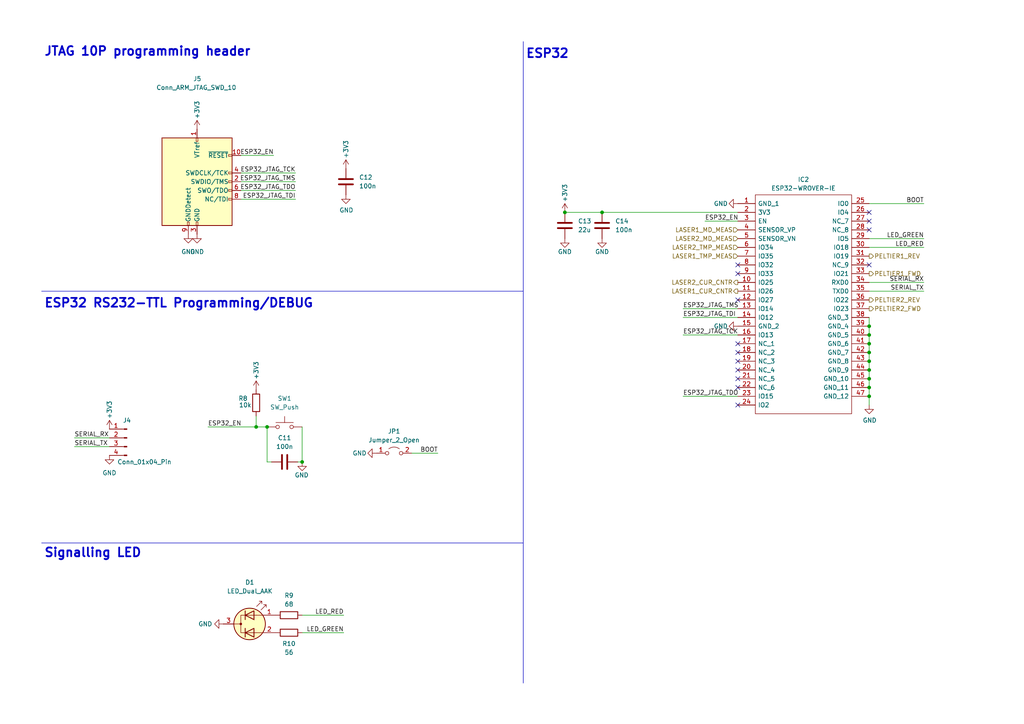
<source format=kicad_sch>
(kicad_sch (version 20230121) (generator eeschema)
  (paper "A4")
  (title_block (title "Laser controller board (Project Sheet)") (date "2023-06-27") (rev "R3.0") (company "Designed by Márk Mihalik"))
  (lib_symbols
    (symbol "Connector:Conn_01x04_Pin" (pin_names (offset 1.016) hide)
      (property "Reference" "J" (at 0 5.08 0))
      (property "Value" "Conn_01x04_Pin" (at 0 -7.62 0))
      (symbol "Conn_01x04_Pin_1_1"
        (polyline (pts (xy 1.27 -5.08) (xy 0.8636 -5.08)) (stroke (width 0.1524)))
        (polyline (pts (xy 1.27 -2.54) (xy 0.8636 -2.54)) (stroke (width 0.1524)))
        (polyline (pts (xy 1.27 0) (xy 0.8636 0)) (stroke (width 0.1524)))
        (polyline (pts (xy 1.27 2.54) (xy 0.8636 2.54)) (stroke (width 0.1524)))
        (rectangle (start 0.8636 -4.953) (end 0 -5.207) (stroke (width 0.1524)) (fill (type outline)))
        (rectangle (start 0.8636 -2.413) (end 0 -2.667) (stroke (width 0.1524)) (fill (type outline)))
        (rectangle (start 0.8636 0.127) (end 0 -0.127) (stroke (width 0.1524)) (fill (type outline)))
        (rectangle (start 0.8636 2.667) (end 0 2.413) (stroke (width 0.1524)) (fill (type outline)))
        (pin passive line (at 5.08 2.54 180) (length 3.81) (name "Pin_1") (number "1"))
        (pin passive line (at 5.08 0 180) (length 3.81) (name "Pin_2") (number "2"))
        (pin passive line (at 5.08 -2.54 180) (length 3.81) (name "Pin_3") (number "3"))
        (pin passive line (at 5.08 -5.08 180) (length 3.81) (name "Pin_4") (number "4"))
      )
    )
    (symbol "Connector:Conn_ARM_JTAG_SWD_10" (pin_names (offset 1.016))
      (property "Reference" "J" (at -2.54 16.51 0))
      (property "Value" "Conn_ARM_JTAG_SWD_10" (at -2.54 13.97 0))
      (symbol "Conn_ARM_JTAG_SWD_10_0_1"
        (rectangle (start -10.16 12.7) (end 10.16 -12.7) (stroke (width 0.254)) (fill (type background)))
        (rectangle (start -2.794 -12.7) (end -2.286 -11.684))
        (rectangle (start -0.254 -12.7) (end 0.254 -11.684))
        (rectangle (start -0.254 12.7) (end 0.254 11.684))
        (rectangle (start 9.144 2.286) (end 10.16 2.794))
        (rectangle (start 10.16 -2.794) (end 9.144 -2.286))
        (rectangle (start 10.16 -0.254) (end 9.144 0.254))
        (rectangle (start 10.16 7.874) (end 9.144 7.366))
      )
      (symbol "Conn_ARM_JTAG_SWD_10_1_1"
        (rectangle (start 9.144 -5.334) (end 10.16 -4.826))
        (pin power_in line (at 0 15.24 270) (length 2.54) (name "VTref") (number "1"))
        (pin open_collector line (at 12.7 7.62 180) (length 2.54) (name "~{RESET}") (number "10"))
        (pin bidirectional line (at 12.7 0 180) (length 2.54) (name "SWDIO/TMS") (number "2"))
        (pin power_in line (at 0 -15.24 90) (length 2.54) (name "GND") (number "3"))
        (pin output line (at 12.7 2.54 180) (length 2.54) (name "SWDCLK/TCK") (number "4"))
        (pin passive line (at 0 -15.24 90) (length 2.54) hide (name "GND") (number "5"))
        (pin input line (at 12.7 -2.54 180) (length 2.54) (name "SWO/TDO") (number "6"))
        (pin no_connect line (at -10.16 0 0) (length 2.54) hide (name "KEY") (number "7"))
        (pin output line (at 12.7 -5.08 180) (length 2.54) (name "NC/TDI") (number "8"))
        (pin passive line (at -2.54 -15.24 90) (length 2.54) (name "GNDDetect") (number "9"))
      )
    )
    (symbol "Device:C" (pin_numbers hide) (pin_names (offset 0.254))
      (property "Reference" "C" (at 0.635 2.54 0))
      (property "Value" "C" (at 0.635 -2.54 0))
      (symbol "C_0_1"
        (polyline (pts (xy -2.032 -0.762) (xy 2.032 -0.762)) (stroke (width 0.508)))
        (polyline (pts (xy -2.032 0.762) (xy 2.032 0.762)) (stroke (width 0.508)))
      )
      (symbol "C_1_1"
        (pin passive line (at 0 3.81 270) (length 2.794) (name "~") (number "1"))
        (pin passive line (at 0 -3.81 90) (length 2.794) (name "~") (number "2"))
      )
    )
    (symbol "Device:LED_Dual_AAK" (pin_names (offset 0) hide)
      (property "Reference" "D" (at 0 5.715 0))
      (property "Value" "LED_Dual_AAK" (at 0 -6.35 0))
      (symbol "LED_Dual_AAK_0_1"
        (circle (center -2.54 0) (radius 0.2794) (fill (type outline)))
        (polyline (pts (xy -4.572 0) (xy -2.54 0)))
        (polyline (pts (xy -1.27 -1.27) (xy -1.27 -3.81)) (stroke (width 0.254)))
        (polyline (pts (xy -1.27 1.27) (xy -1.27 3.81)) (stroke (width 0.254)))
        (polyline (pts (xy 3.81 -2.54) (xy 1.905 -2.54)))
        (polyline (pts (xy 3.81 2.54) (xy 1.905 2.54)))
        (polyline (pts (xy 1.27 -3.81) (xy 1.27 -1.27) (xy -1.27 -2.54) (xy 1.27 -3.81)) (stroke (width 0.254)))
        (polyline (pts (xy 1.27 1.27) (xy 1.27 3.81) (xy -1.27 2.54) (xy 1.27 1.27)) (stroke (width 0.254)))
        (polyline (pts (xy 2.032 2.54) (xy -2.54 2.54) (xy -2.54 -2.54) (xy 2.032 -2.54)))
        (polyline (pts (xy 2.032 5.08) (xy 3.556 6.604) (xy 2.794 6.604) (xy 3.556 6.604) (xy 3.556 5.842)))
        (polyline (pts (xy 3.302 4.064) (xy 4.826 5.588) (xy 4.064 5.588) (xy 4.826 5.588) (xy 4.826 4.826)))
        (circle (center 0 0) (radius 4.572) (stroke (width 0.254)) (fill (type background)))
      )
      (symbol "LED_Dual_AAK_1_1"
        (pin input line (at 7.62 2.54 180) (length 3.81) (name "A1") (number "1"))
        (pin input line (at 7.62 -2.54 180) (length 3.81) (name "A2") (number "2"))
        (pin input line (at -7.62 0 0) (length 3.048) (name "K") (number "3"))
      )
    )
    (symbol "Device:R" (pin_numbers hide) (pin_names (offset 0))
      (property "Reference" "R" (at 2.032 0 90))
      (property "Value" "R" (at 0 0 90))
      (symbol "R_0_1"
        (rectangle (start -1.016 -2.54) (end 1.016 2.54) (stroke (width 0.254)))
      )
      (symbol "R_1_1"
        (pin passive line (at 0 3.81 270) (length 1.27) (name "~") (number "1"))
        (pin passive line (at 0 -3.81 90) (length 1.27) (name "~") (number "2"))
      )
    )
    (symbol "ESP32-WROVER-IE:ESP32-WROVER-IE" (pin_names (offset 0.762))
      (property "Reference" "IC" (at 34.29 7.62 0))
      (property "Value" "ESP32-WROVER-IE" (at 34.29 5.08 0))
      (symbol "ESP32-WROVER-IE_0_0"
        (pin passive line (at 0 0 0) (length 5.08) (name "GND_1") (number "1"))
        (pin passive line (at 0 -22.86 0) (length 5.08) (name "IO25") (number "10"))
        (pin passive line (at 0 -25.4 0) (length 5.08) (name "IO26") (number "11"))
        (pin passive line (at 0 -27.94 0) (length 5.08) (name "IO27") (number "12"))
        (pin passive line (at 0 -30.48 0) (length 5.08) (name "IO14") (number "13"))
        (pin passive line (at 0 -33.02 0) (length 5.08) (name "IO12") (number "14"))
        (pin passive line (at 0 -35.56 0) (length 5.08) (name "GND_2") (number "15"))
        (pin passive line (at 0 -38.1 0) (length 5.08) (name "IO13") (number "16"))
        (pin passive line (at 0 -40.64 0) (length 5.08) (name "NC_1") (number "17"))
        (pin passive line (at 0 -43.18 0) (length 5.08) (name "NC_2") (number "18"))
        (pin passive line (at 0 -45.72 0) (length 5.08) (name "NC_3") (number "19"))
        (pin passive line (at 0 -2.54 0) (length 5.08) (name "3V3") (number "2"))
        (pin passive line (at 0 -48.26 0) (length 5.08) (name "NC_4") (number "20"))
        (pin passive line (at 0 -50.8 0) (length 5.08) (name "NC_5") (number "21"))
        (pin passive line (at 0 -53.34 0) (length 5.08) (name "NC_6") (number "22"))
        (pin passive line (at 0 -55.88 0) (length 5.08) (name "IO15") (number "23"))
        (pin passive line (at 0 -58.42 0) (length 5.08) (name "IO2") (number "24"))
        (pin passive line (at 38.1 0 180) (length 5.08) (name "IO0") (number "25"))
        (pin passive line (at 38.1 -2.54 180) (length 5.08) (name "IO4") (number "26"))
        (pin passive line (at 38.1 -5.08 180) (length 5.08) (name "NC_7") (number "27"))
        (pin passive line (at 38.1 -7.62 180) (length 5.08) (name "NC_8") (number "28"))
        (pin passive line (at 38.1 -10.16 180) (length 5.08) (name "IO5") (number "29"))
        (pin passive line (at 0 -5.08 0) (length 5.08) (name "EN") (number "3"))
        (pin passive line (at 38.1 -12.7 180) (length 5.08) (name "IO18") (number "30"))
        (pin passive line (at 38.1 -15.24 180) (length 5.08) (name "IO19") (number "31"))
        (pin passive line (at 38.1 -17.78 180) (length 5.08) (name "NC_9") (number "32"))
        (pin passive line (at 38.1 -20.32 180) (length 5.08) (name "IO21") (number "33"))
        (pin passive line (at 38.1 -22.86 180) (length 5.08) (name "RXD0") (number "34"))
        (pin passive line (at 38.1 -25.4 180) (length 5.08) (name "TXD0") (number "35"))
        (pin passive line (at 38.1 -27.94 180) (length 5.08) (name "IO22") (number "36"))
        (pin passive line (at 38.1 -30.48 180) (length 5.08) (name "IO23") (number "37"))
        (pin passive line (at 38.1 -33.02 180) (length 5.08) (name "GND_3") (number "38"))
        (pin passive line (at 38.1 -35.56 180) (length 5.08) (name "GND_4") (number "39"))
        (pin passive line (at 0 -7.62 0) (length 5.08) (name "SENSOR_VP") (number "4"))
        (pin passive line (at 38.1 -38.1 180) (length 5.08) (name "GND_5") (number "40"))
        (pin passive line (at 38.1 -40.64 180) (length 5.08) (name "GND_6") (number "41"))
        (pin passive line (at 38.1 -43.18 180) (length 5.08) (name "GND_7") (number "42"))
        (pin passive line (at 38.1 -45.72 180) (length 5.08) (name "GND_8") (number "43"))
        (pin passive line (at 38.1 -48.26 180) (length 5.08) (name "GND_9") (number "44"))
        (pin passive line (at 38.1 -50.8 180) (length 5.08) (name "GND_10") (number "45"))
        (pin passive line (at 38.1 -53.34 180) (length 5.08) (name "GND_11") (number "46"))
        (pin passive line (at 38.1 -55.88 180) (length 5.08) (name "GND_12") (number "47"))
        (pin passive line (at 0 -10.16 0) (length 5.08) (name "SENSOR_VN") (number "5"))
        (pin passive line (at 0 -12.7 0) (length 5.08) (name "IO34") (number "6"))
        (pin passive line (at 0 -15.24 0) (length 5.08) (name "IO35") (number "7"))
        (pin passive line (at 0 -17.78 0) (length 5.08) (name "IO32") (number "8"))
        (pin passive line (at 0 -20.32 0) (length 5.08) (name "IO33") (number "9"))
      )
      (symbol "ESP32-WROVER-IE_0_1"
        (polyline (pts (xy 5.08 2.54) (xy 33.02 2.54) (xy 33.02 -60.96) (xy 5.08 -60.96) (xy 5.08 2.54)) (stroke (width 0.1524)))
      )
    )
    (symbol "Jumper:Jumper_2_Open" (pin_names (offset 0) hide)
      (property "Reference" "JP" (at 0 2.794 0))
      (property "Value" "Jumper_2_Open" (at 0 -2.286 0))
      (symbol "Jumper_2_Open_0_0"
        (circle (center -2.032 0) (radius 0.508))
        (circle (center 2.032 0) (radius 0.508))
      )
      (symbol "Jumper_2_Open_0_1"
        (arc (start 1.524 1.27) (mid 0 1.778) (end -1.524 1.27))
      )
      (symbol "Jumper_2_Open_1_1"
        (pin passive line (at -5.08 0 0) (length 2.54) (name "A") (number "1"))
        (pin passive line (at 5.08 0 180) (length 2.54) (name "B") (number "2"))
      )
    )
    (symbol "Switch:SW_Push" (pin_numbers hide) (pin_names (offset 1.016) hide)
      (property "Reference" "SW" (at 1.27 2.54 0))
      (property "Value" "SW_Push" (at 0 -1.524 0))
      (symbol "SW_Push_0_1"
        (circle (center -2.032 0) (radius 0.508))
        (polyline (pts (xy 0 1.27) (xy 0 3.048)))
        (polyline (pts (xy 2.54 1.27) (xy -2.54 1.27)))
        (circle (center 2.032 0) (radius 0.508))
        (pin passive line (at -5.08 0 0) (length 2.54) (name "1") (number "1"))
        (pin passive line (at 5.08 0 180) (length 2.54) (name "2") (number "2"))
      )
    )
    (symbol "power:+3V3" (power) (pin_names (offset 0))
      (property "Value" "+3V3" (at 0 3.556 0))
      (symbol "+3V3_0_1"
        (polyline (pts (xy -0.762 1.27) (xy 0 2.54)))
        (polyline (pts (xy 0 0) (xy 0 2.54)))
        (polyline (pts (xy 0 2.54) (xy 0.762 1.27)))
      )
      (symbol "+3V3_1_1"
        (pin power_in line (at 0 0 90) (length 0) hide (name "+3V3") (number "1"))
      )
    )
    (symbol "power:GND" (power) (pin_names (offset 0))
      (property "Value" "GND" (at 0 -3.81 0))
      (symbol "GND_0_1"
        (polyline (pts (xy 0 0) (xy 0 -1.27) (xy 1.27 -1.27) (xy 0 -2.54) (xy -1.27 -1.27) (xy 0 -1.27)))
      )
      (symbol "GND_1_1"
        (pin power_in line (at 0 0 270) (length 0) hide (name "GND") (number "1"))
      )
    )
  )
  (junction (at 252.095 107.315))
  (junction (at 252.095 94.615))
  (junction (at 252.095 109.855))
  (junction (at 252.095 99.695))
  (junction (at 74.295 123.825))
  (junction (at 252.095 104.775))
  (junction (at 252.095 114.935))
  (junction (at 252.095 97.155))
  (junction (at 77.47 123.825))
  (junction (at 252.095 112.395))
  (junction (at 174.625 61.595))
  (junction (at 252.095 102.235))
  (junction (at 87.63 133.985))
  (junction (at 163.83 61.595))
  (no_connect (at 213.995 102.235))
  (no_connect (at 252.095 61.595))
  (no_connect (at 252.095 66.675))
  (no_connect (at 213.995 107.315))
  (no_connect (at 213.995 79.375))
  (no_connect (at 252.095 64.135))
  (no_connect (at 213.995 76.835))
  (no_connect (at 213.995 112.395))
  (no_connect (at 213.995 117.475))
  (no_connect (at 252.095 76.835))
  (no_connect (at 213.995 86.995))
  (no_connect (at 213.995 109.855))
  (no_connect (at 213.995 99.695))
  (no_connect (at 213.995 104.775))
  (wire (pts (xy 85.725 50.165) (xy 69.85 50.165)))
  (wire (pts (xy 252.095 59.055) (xy 267.97 59.055)))
  (wire (pts (xy 198.12 89.535) (xy 213.995 89.535)))
  (wire (pts (xy 87.63 178.435) (xy 99.695 178.435)))
  (wire (pts (xy 85.725 57.785) (xy 69.85 57.785)))
  (polyline (pts (xy 12.065 157.48) (xy 151.765 157.48)))
  (wire (pts (xy 174.625 61.595) (xy 213.995 61.595)))
  (wire (pts (xy 252.095 99.695) (xy 252.095 102.235)))
  (polyline (pts (xy 151.765 12.065) (xy 151.765 198.12)))
  (wire (pts (xy 85.725 52.705) (xy 69.85 52.705)))
  (wire (pts (xy 163.83 61.595) (xy 174.625 61.595)))
  (wire (pts (xy 77.47 133.985) (xy 77.47 123.825)))
  (wire (pts (xy 198.12 92.075) (xy 213.995 92.075)))
  (wire (pts (xy 252.095 92.075) (xy 252.095 94.615)))
  (wire (pts (xy 267.97 71.755) (xy 252.095 71.755)))
  (wire (pts (xy 74.295 123.825) (xy 77.47 123.825)))
  (wire (pts (xy 252.095 94.615) (xy 252.095 97.155)))
  (wire (pts (xy 119.38 131.445) (xy 127 131.445)))
  (wire (pts (xy 252.095 69.215) (xy 267.97 69.215)))
  (wire (pts (xy 252.095 112.395) (xy 252.095 114.935)))
  (wire (pts (xy 252.095 104.775) (xy 252.095 107.315)))
  (wire (pts (xy 198.12 114.935) (xy 213.995 114.935)))
  (wire (pts (xy 252.095 81.915) (xy 267.97 81.915)))
  (wire (pts (xy 78.74 133.985) (xy 77.47 133.985)))
  (wire (pts (xy 252.095 107.315) (xy 252.095 109.855)))
  (wire (pts (xy 60.325 123.825) (xy 74.295 123.825)))
  (wire (pts (xy 87.63 183.515) (xy 99.695 183.515)))
  (wire (pts (xy 69.85 45.085) (xy 79.375 45.085)))
  (wire (pts (xy 252.095 114.935) (xy 252.095 117.475)))
  (wire (pts (xy 85.725 55.245) (xy 69.85 55.245)))
  (wire (pts (xy 204.47 64.135) (xy 213.995 64.135)))
  (wire (pts (xy 198.12 97.155) (xy 213.995 97.155)))
  (wire (pts (xy 74.295 120.65) (xy 74.295 123.825)))
  (wire (pts (xy 252.095 102.235) (xy 252.095 104.775)))
  (wire (pts (xy 86.36 133.985) (xy 87.63 133.985)))
  (wire (pts (xy 252.095 84.455) (xy 267.97 84.455)))
  (polyline (pts (xy 12.065 84.455) (xy 151.765 84.455)))
  (wire (pts (xy 21.59 129.54) (xy 31.75 129.54)))
  (wire (pts (xy 252.095 97.155) (xy 252.095 99.695)))
  (wire (pts (xy 87.63 133.985) (xy 87.63 123.825)))
  (wire (pts (xy 252.095 109.855) (xy 252.095 112.395)))
  (wire (pts (xy 21.59 127) (xy 31.75 127)))
  (text "Signalling LED" (at 12.7 161.925 0) (effects (font (size 2.54 2.54) (thickness 0.508) bold) (justify left bottom)))
  (text "JTAG 10P programming header" (at 12.7 16.51 0) (effects (font (size 2.54 2.54) (thickness 0.508) bold) (justify left bottom)))
  (text "ESP32 RS232-TTL Programming/DEBUG" (at 12.7 89.535 0) (effects (font (size 2.54 2.54) (thickness 0.508) bold) (justify left bottom)))
  (text "ESP32\n" (at 152.4 17.145 0) (effects (font (size 2.54 2.54) (thickness 0.508) bold) (justify left bottom)))
  (label "ESP32_JTAG_TDI" (at 85.725 57.785 180))
  (label "ESP32_JTAG_TDO" (at 198.12 114.935 0))
  (label "LED_RED" (at 99.695 178.435 180))
  (label "ESP32_JTAG_TDO" (at 85.725 55.245 180))
  (label "ESP32_JTAG_TCK" (at 198.12 97.155 0))
  (label "LED_RED" (at 267.97 71.755 180))
  (label "LED_GREEN" (at 99.695 183.515 180))
  (label "ESP32_JTAG_TCK" (at 85.725 50.165 180))
  (label "ESP32_EN" (at 204.47 64.135 0))
  (label "ESP32_JTAG_TDI" (at 198.12 92.075 0))
  (label "SERIAL_RX" (at 267.97 81.915 180))
  (label "ESP32_EN" (at 60.325 123.825 0))
  (label "ESP32_EN" (at 79.375 45.085 180))
  (label "SERIAL_TX" (at 267.97 84.455 180))
  (label "BOOT" (at 127 131.445 180))
  (label "BOOT" (at 267.97 59.055 180))
  (label "ESP32_JTAG_TMS" (at 198.12 89.535 0))
  (label "ESP32_JTAG_TMS" (at 85.725 52.705 180))
  (label "SERIAL_RX" (at 21.59 127 0))
  (label "SERIAL_TX" (at 21.59 129.54 0))
  (label "LED_GREEN" (at 267.97 69.215 180))
  (hierarchical_label "LASER1_CUR_CNTR" (shape output) (at 213.995 84.455 180))
  (hierarchical_label "PELTIER2_REV" (shape output) (at 252.095 86.995 0))
  (hierarchical_label "LASER2_TMP_MEAS" (shape input) (at 213.995 71.755 180))
  (hierarchical_label "LASER1_MD_MEAS" (shape input) (at 213.995 66.675 180))
  (hierarchical_label "PELTIER2_FWD" (shape output) (at 252.095 89.535 0))
  (hierarchical_label "LASER2_CUR_CNTR" (shape output) (at 213.995 81.915 180))
  (hierarchical_label "LASER2_MD_MEAS" (shape input) (at 213.995 69.215 180))
  (hierarchical_label "PELTIER1_FWD" (shape output) (at 252.095 79.375 0))
  (hierarchical_label "PELTIER1_REV" (shape output) (at 252.095 74.295 0))
  (hierarchical_label "LASER1_TMP_MEAS" (shape input) (at 213.995 74.295 180))
  (symbol (lib_id "Device:R") (at 83.82 178.435 90) (unit 1)
    (property "Reference" "R9" (at 83.82 172.72 90))
    (property "Value" "68" (at 83.82 175.26 90))
    (property "Footprint" "Resistor_SMD:R_0805_2012Metric_Pad1.20x1.40mm_HandSolder" (effects hide))
    (property "Lomex" "80-56-46" (effects hide))
  )
  (symbol (lib_id "Device:R") (at 83.82 183.515 90) (unit 1)
    (property "Reference" "R10" (at 83.82 186.69 90))
    (property "Value" "56" (at 83.82 189.23 90))
    (property "Footprint" "Resistor_SMD:R_0805_2012Metric_Pad1.20x1.40mm_HandSolder" (effects hide))
    (property "Lomex" "80-10-71" (effects hide))
  )
  (symbol (lib_id "power:GND") (at 213.995 59.055 270) (unit 1)
    (property "Reference" "#PWR0126" (effects hide))
    (property "Value" "GND" (at 207.01 59.055 90) (effects (justify left)))
  )
  (symbol (lib_id "power:GND") (at 252.095 117.475 0) (unit 1)
    (property "Reference" "#PWR0120" (effects hide))
    (property "Value" "GND" (at 250.19 121.92 0) (effects (justify left)))
  )
  (symbol (lib_id "Device:R") (at 74.295 116.84 180) (unit 1)
    (property "Reference" "R8" (at 70.485 115.57 0))
    (property "Value" "10k" (at 71.12 117.475 0))
    (property "Footprint" "Resistor_SMD:R_0805_2012Metric_Pad1.20x1.40mm_HandSolder" (effects hide))
    (property "Lomex" "80-54-49" (effects hide))
  )
  (symbol (lib_id "power:+3V3") (at 163.83 61.595 0) (unit 1)
    (property "Reference" "#PWR0170" (effects hide))
    (property "Value" "+3V3" (at 163.83 53.34 90) (effects (justify right)))
  )
  (symbol (lib_id "power:GND") (at 174.625 69.215 0) (unit 1)
    (property "Reference" "#PWR0125" (effects hide))
    (property "Value" "GND" (at 174.625 73.025 0))
  )
  (symbol (lib_id "power:+3V3") (at 100.33 48.895 0) (unit 1)
    (property "Reference" "#PWR0171" (effects hide))
    (property "Value" "+3V3" (at 100.33 40.64 90) (effects (justify right)))
  )
  (symbol (lib_id "Device:LED_Dual_AAK") (at 72.39 180.975 0) (unit 1)
    (property "Reference" "D1" (at 72.4535 168.91 0))
    (property "Value" "LED_Dual_AAK" (at 72.4535 171.45 0))
    (property "Footprint" "Package_TO_SOT_SMD:SOT-23" (effects hide))
    (property "Lomex" "95-00-13" (effects hide))
  )
  (symbol (lib_id "power:GND") (at 31.75 132.08 0) (unit 1)
    (property "Reference" "#PWR0123" (effects hide))
    (property "Value" "GND" (at 31.75 137.16 0))
  )
  (symbol (lib_id "Connector:Conn_01x04_Pin") (at 36.83 127 0) (mirror y) (unit 1)
    (property "Reference" "J4" (at 36.83 121.92 0))
    (property "Value" "Conn_01x04_Pin" (at 41.91 133.985 0))
    (property "Footprint" "Connector_PinHeader_2.54mm:PinHeader_1x04_P2.54mm_Vertical" (effects hide))
  )
  (symbol (lib_id "power:GND") (at 163.83 69.215 0) (unit 1)
    (property "Reference" "#PWR0124" (effects hide))
    (property "Value" "GND" (at 163.83 73.025 0))
  )
  (symbol (lib_id "power:GND") (at 57.15 67.945 0) (unit 1)
    (property "Reference" "#PWR0130" (effects hide))
    (property "Value" "GND" (at 57.15 73.025 0))
  )
  (symbol (lib_id "Device:C") (at 163.83 65.405 0) (unit 1)
    (property "Reference" "C13" (at 167.64 64.1349 0) (effects (justify left)))
    (property "Value" "22u" (at 167.64 66.6749 0) (effects (justify left)))
    (property "Footprint" "Capacitor_SMD:C_0805_2012Metric_Pad1.18x1.45mm_HandSolder" (effects hide))
    (property "Lomex" "82-10-19" (effects hide))
  )
  (symbol (lib_id "Connector:Conn_ARM_JTAG_SWD_10") (at 57.15 52.705 0) (unit 1)
    (property "Reference" "J5" (at 58.42 22.86 0) (effects (justify right)))
    (property "Value" "Conn_ARM_JTAG_SWD_10" (at 68.58 25.4 0) (effects (justify right)))
    (property "Footprint" "Connector_PinHeader_1.27mm:PinHeader_2x05_P1.27mm_Vertical_SMD" (effects hide))
    (property "Datasheet" "http://infocenter.arm.com/help/topic/com.arm.doc.ddi0314h/DDI0314H_coresight_components_trm.pdf" (effects hide))
    (property "Lomex" "43-15-33" (effects hide))
  )
  (symbol (lib_id "power:GND") (at 100.33 56.515 0) (unit 1)
    (property "Reference" "#PWR0129" (effects hide))
    (property "Value" "GND" (at 98.425 60.96 0) (effects (justify left)))
  )
  (symbol (lib_id "power:GND") (at 213.995 94.615 270) (unit 1)
    (property "Reference" "#PWR0127" (effects hide))
    (property "Value" "GND" (at 207.01 94.615 90) (effects (justify left)))
  )
  (symbol (lib_id "power:GND") (at 109.22 131.445 270) (unit 1)
    (property "Reference" "#PWR0121" (effects hide))
    (property "Value" "GND" (at 102.235 131.445 90) (effects (justify left)))
  )
  (symbol (lib_id "power:GND") (at 64.77 180.975 270) (unit 1)
    (property "Reference" "#PWR0128" (effects hide))
    (property "Value" "GND" (at 61.595 180.9749 90) (effects (justify right)))
  )
  (symbol (lib_id "power:GND") (at 87.63 133.985 0) (mirror y) (unit 1)
    (property "Reference" "#PWR0122" (effects hide))
    (property "Value" "GND" (at 89.535 137.795 0) (effects (justify left)))
  )
  (symbol (lib_id "Device:C") (at 174.625 65.405 0) (unit 1)
    (property "Reference" "C14" (at 178.435 64.1349 0) (effects (justify left)))
    (property "Value" "100n" (at 178.435 66.6749 0) (effects (justify left)))
    (property "Footprint" "Capacitor_SMD:C_0805_2012Metric_Pad1.18x1.45mm_HandSolder" (effects hide))
    (property "Lomex" "82-13-46" (effects hide))
  )
  (symbol (lib_id "power:+3V3") (at 31.75 124.46 0) (unit 1)
    (property "Reference" "#PWR0169" (effects hide))
    (property "Value" "+3V3" (at 31.75 116.205 90) (effects (justify right)))
  )
  (symbol (lib_id "Device:C") (at 82.55 133.985 270) (mirror x) (unit 1)
    (property "Reference" "C11" (at 82.55 127 90))
    (property "Value" "100n" (at 82.55 129.54 90))
    (property "Footprint" "Capacitor_SMD:C_0805_2012Metric_Pad1.18x1.45mm_HandSolder" (effects hide))
    (property "Lomex" "82-13-46" (effects hide))
  )
  (symbol (lib_id "power:+3V3") (at 57.15 37.465 0) (unit 1)
    (property "Reference" "#PWR0173" (effects hide))
    (property "Value" "+3V3" (at 57.15 29.21 90) (effects (justify right)))
  )
  (symbol (lib_id "power:+3V3") (at 74.295 113.03 0) (unit 1)
    (property "Reference" "#PWR0172" (effects hide))
    (property "Value" "+3V3" (at 74.295 104.775 90) (effects (justify right)))
  )
  (symbol (lib_id "power:GND") (at 54.61 67.945 0) (unit 1)
    (property "Reference" "#PWR0131" (effects hide))
    (property "Value" "GND" (at 54.61 73.025 0))
  )
  (symbol (lib_id "ESP32-WROVER-IE:ESP32-WROVER-IE") (at 213.995 59.055 0) (unit 1)
    (property "Reference" "IC2" (at 233.045 52.07 0))
    (property "Value" "ESP32-WROVER-IE" (at 233.045 54.61 0))
    (property "Footprint" "ESP32WROVERIE" (effects hide))
    (property "Datasheet" "https://www.espressif.com/sites/default/files/documentation/esp32-wrover-e_esp32-wrover-ie_datasheet_en.pdf" (effects hide))
    (property "Description" "Bluetooth, WiFi 802.11b/g/n, Bluetooth v4.2 +EDR Transceiver Module 2.4GHz ~{} 2.5GHz Antenna Not Included, I-PEX Surface Mount" (effects hide))
    (property "Height" "3.45" (effects hide))
    (property "Manufacturer_Name" "Espressif Systems" (effects hide))
    (property "Manufacturer_Part_Number" "ESP32-WROVER-IE" (effects hide))
    (property "Mouser" "356-ESP32WVIE23264UC" (effects hide))
  )
  (symbol (lib_id "Jumper:Jumper_2_Open") (at 114.3 131.445 0) (unit 1)
    (property "Reference" "JP1" (at 114.3 125.095 0))
    (property "Value" "Jumper_2_Open" (at 114.3 127.635 0))
    (property "Footprint" "Connector_PinHeader_2.54mm:PinHeader_1x02_P2.54mm_Vertical" (effects hide))
  )
  (symbol (lib_id "Device:C") (at 100.33 52.705 0) (unit 1)
    (property "Reference" "C12" (at 104.14 51.4349 0) (effects (justify left)))
    (property "Value" "100n" (at 104.14 53.9749 0) (effects (justify left)))
    (property "Footprint" "Capacitor_SMD:C_0805_2012Metric_Pad1.18x1.45mm_HandSolder" (effects hide))
    (property "Lomex" "82-13-46" (effects hide))
  )
  (symbol (lib_id "Switch:SW_Push") (at 82.55 123.825 0) (mirror y) (unit 1)
    (property "Reference" "SW1" (at 82.55 115.57 0))
    (property "Value" "SW_Push" (at 82.55 118.11 0))
    (property "Footprint" "Button_Switch_THT:SW_PUSH_6mm_H7.3mm" (effects hide))
    (property "Lomex" "45-11-28" (effects hide))
  )
)
</source>
